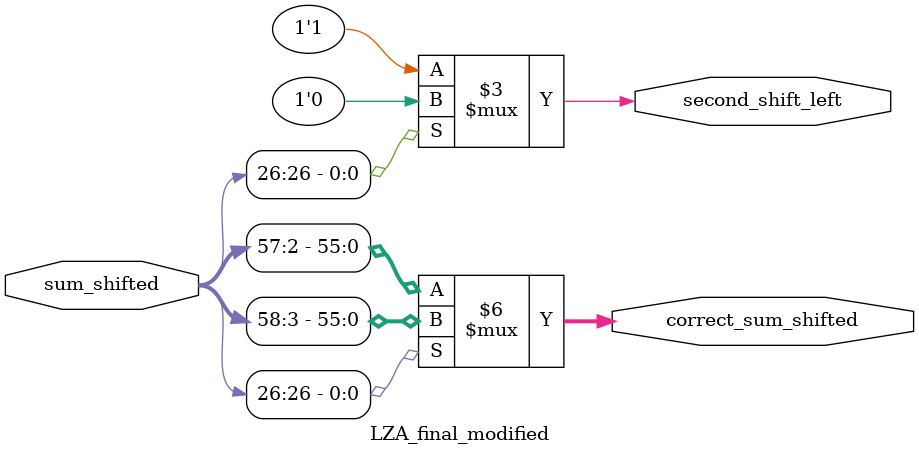
<source format=v>
module LZA_final_modified (sum_shifted , correct_sum_shifted , second_shift_left);
input [58:0]sum_shifted;
output reg [55:0]correct_sum_shifted;
output reg second_shift_left;
always@(*)
begin
	if(sum_shifted[26])
		begin
			correct_sum_shifted = sum_shifted[58:3];
            second_shift_left = 0;
		end
	else
		begin
			correct_sum_shifted = sum_shifted[57:2];
            second_shift_left = 1;
		end
end
endmodule
</source>
